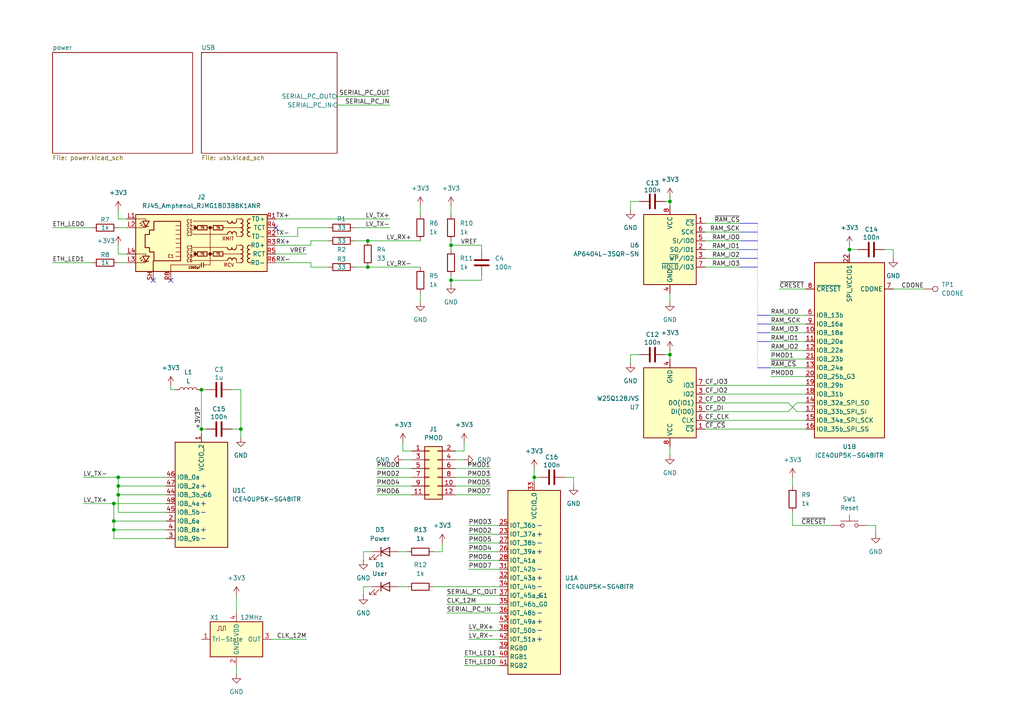
<source format=kicad_sch>
(kicad_sch (version 20231120) (generator "eeschema") (generator_version "8.0")
  (paper "A4")
  (lib_symbols
    (symbol "Connector:RJ45_Amphenol_RJMG1BD3B8K1ANR"
      (property "Reference" "J" (at 18.415 10.16 0))
      (property "Value" "RJ45_Amphenol_RJMG1BD3B8K1ANR" (at -19.05 10.16 0))
      (symbol "RJ45_Amphenol_RJMG1BD3B8K1ANR_0_0"
        (circle (center -1.27 -2.54) (radius 0.0001) (stroke (width 0.508)))
        (circle (center -1.27 5.08) (radius 0.0001) (stroke (width 0.508)))
        (polyline (pts (xy -1.27 5.08) (xy -1.27 -5.715)))
        (polyline (pts (xy 0.635 -5.08) (xy 0.635 -6.35)) (stroke (width 0.254)))
        (polyline (pts (xy 1.27 -5.08) (xy 1.27 -6.35)) (stroke (width 0.254)))
        (polyline (pts (xy 3.048 -2.54) (xy 2.54 -2.54)))
        (polyline (pts (xy 3.048 5.08) (xy 2.54 5.08)))
        (polyline (pts (xy 17.399 -3.175) (xy 17.399 -2.54) (xy 20.32 -2.54)))
        (polyline (pts (xy 17.399 6.985) (xy 17.399 7.62) (xy 20.32 7.62)))
        (polyline (pts (xy 20.32 -5.08) (xy 17.399 -5.08) (xy 17.399 -4.572)))
        (polyline (pts (xy 20.32 5.08) (xy 17.399 5.08) (xy 17.399 5.588)))
        (polyline (pts (xy 3.683 -1.905) (xy 3.048 -1.905) (xy 3.048 -3.175) (xy 3.683 -3.175)))
        (polyline (pts (xy 3.683 5.715) (xy 3.048 5.715) (xy 3.048 4.445) (xy 3.683 4.445)))
        (circle (center 3.048 -2.54) (radius 0.0001) (stroke (width 0.508)))
        (circle (center 3.048 5.08) (radius 0.0001) (stroke (width 0.508)))
        (text "C1" (at 4.699 6.985 0) (effects (font (size 0.889 0.889))))
        (text "C1" (at 10.16 -3.175 0) (effects (font (size 0.889 0.889))))
        (text "C2" (at 4.699 3.175 0) (effects (font (size 0.889 0.889))))
        (text "C3" (at 4.699 -0.635 0) (effects (font (size 0.889 0.889))))
        (text "C4" (at 4.699 5.715 0) (effects (font (size 0.889 0.889))))
        (text "C5" (at 4.699 4.445 0) (effects (font (size 0.889 0.889))))
        (text "C6" (at 4.699 -4.445 0) (effects (font (size 0.889 0.889))))
        (text "C7" (at 4.699 -1.905 0) (effects (font (size 0.889 0.889))))
        (text "C8" (at 4.699 -3.175 0) (effects (font (size 0.889 0.889))))
        (text "RCV" (at -8.255 -5.715 0) (effects (font (size 1.016 1.016)) (justify left)))
        (text "XMIT" (at -8.255 1.905 0) (effects (font (size 1.016 1.016)) (justify left)))
      )
      (symbol "RJ45_Amphenol_RJMG1BD3B8K1ANR_0_1"
        (rectangle (start -17.78 8.89) (end 20.32 -7.62) (stroke (width 0.254)) (fill (type background)))
        (polyline (pts (xy -12.7 -5.08) (xy -13.081 -5.08)))
        (polyline (pts (xy -12.7 -2.54) (xy -13.081 -2.54)))
        (polyline (pts (xy -12.7 0) (xy -13.081 0)))
        (polyline (pts (xy -12.7 2.54) (xy -13.081 2.54)))
        (polyline (pts (xy -12.7 5.08) (xy -13.081 5.08)))
        (polyline (pts (xy -12.7 7.62) (xy -13.081 7.62)))
        (polyline (pts (xy -6.35 -4.445) (xy 3.683 -4.445)))
        (polyline (pts (xy -6.35 3.175) (xy 3.683 3.175)))
        (polyline (pts (xy -6.35 6.985) (xy 3.683 6.985)))
        (polyline (pts (xy -6.223 -0.635) (xy 3.683 -0.635)))
        (polyline (pts (xy -5.08 -2.54) (xy -10.16 -2.54)))
        (polyline (pts (xy -4.953 5.08) (xy -10.16 5.08)))
        (polyline (pts (xy -2.159 -2.54) (xy -0.381 -2.54)))
        (polyline (pts (xy -2.159 5.08) (xy -0.381 5.08)))
        (polyline (pts (xy 0.635 -5.715) (xy -1.27 -5.715)))
        (polyline (pts (xy 7.4295 -1.9685) (xy 8.6995 -1.9685)))
        (polyline (pts (xy 7.4295 -0.6985) (xy 8.6995 -0.6985)))
        (polyline (pts (xy 7.4295 0.5715) (xy 8.6995 0.5715)))
        (polyline (pts (xy 7.4295 1.8415) (xy 8.6995 1.8415)))
        (polyline (pts (xy 7.4295 3.1115) (xy 8.6995 3.1115)))
        (polyline (pts (xy 8.6995 -3.2385) (xy 7.4295 -3.2385)))
        (polyline (pts (xy 8.6995 4.3815) (xy 7.4295 4.3815)))
        (polyline (pts (xy 8.6995 5.6515) (xy 7.4295 5.6515)))
        (polyline (pts (xy 10.16 -5.715) (xy 1.27 -5.715)))
        (polyline (pts (xy 10.16 -5.715) (xy 10.16 -7.62)))
        (polyline (pts (xy -10.16 0) (xy -8.89 0) (xy -8.89 -0.635)))
        (polyline (pts (xy -10.16 7.62) (xy -8.89 7.62) (xy -8.89 6.985)))
        (polyline (pts (xy -8.89 -4.445) (xy -8.89 -5.08) (xy -10.16 -5.08)))
        (polyline (pts (xy -8.89 3.175) (xy -8.89 2.54) (xy -10.16 2.54)))
      )
      (symbol "RJ45_Amphenol_RJMG1BD3B8K1ANR_1_0"
        (text "1000pF" (at 3.302 -6.477 0) (effects (font (size 0.635 0.635))))
      )
      (symbol "RJ45_Amphenol_RJMG1BD3B8K1ANR_1_1"
        (arc (start -12.7 -1.27) (mid -12.0677 -0.635) (end -12.7 0) (stroke (width 0.254)))
        (arc (start -12.6973 -5.08) (mid -12.065 -4.445) (end -12.6973 -3.81) (stroke (width 0.254)))
        (arc (start -12.6973 -3.81) (mid -12.065 -3.175) (end -12.6973 -2.54) (stroke (width 0.254)))
        (arc (start -12.6973 -2.54) (mid -12.065 -1.905) (end -12.6973 -1.27) (stroke (width 0.254)))
        (arc (start -12.6973 6.35) (mid -12.065 6.985) (end -12.6973 7.62) (stroke (width 0.254)))
        (arc (start -12.6946 2.54) (mid -12.0623 3.175) (end -12.6946 3.81) (stroke (width 0.254)))
        (arc (start -12.6946 3.81) (mid -12.0623 4.445) (end -12.6946 5.08) (stroke (width 0.254)))
        (arc (start -12.6946 5.08) (mid -12.0623 5.715) (end -12.6946 6.35) (stroke (width 0.254)))
        (arc (start -10.1654 -2.54) (mid -10.7977 -3.175) (end -10.1654 -3.81) (stroke (width 0.254)))
        (arc (start -10.1654 -1.27) (mid -10.7977 -1.905) (end -10.1654 -2.54) (stroke (width 0.254)))
        (arc (start -10.1654 0) (mid -10.7977 -0.635) (end -10.1654 -1.27) (stroke (width 0.254)))
        (arc (start -10.1654 5.08) (mid -10.7977 4.445) (end -10.1654 3.81) (stroke (width 0.254)))
        (arc (start -10.1654 6.35) (mid -10.7977 5.715) (end -10.1654 5.08) (stroke (width 0.254)))
        (arc (start -10.1654 7.62) (mid -10.7977 6.985) (end -10.1654 6.35) (stroke (width 0.254)))
        (arc (start -10.1627 -3.81) (mid -10.795 -4.445) (end -10.1627 -5.08) (stroke (width 0.254)))
        (arc (start -10.1627 3.81) (mid -10.795 3.175) (end -10.1627 2.54) (stroke (width 0.254)))
        (arc (start -8.89 6.9823) (mid -8.255 6.35) (end -7.62 6.9823) (stroke (width 0.254)))
        (arc (start -8.8265 -0.7012) (mid -8.1915 -1.3335) (end -7.5565 -0.7012) (stroke (width 0.254)))
        (arc (start -7.62 -4.3153) (mid -8.255 -3.683) (end -8.89 -4.3153) (stroke (width 0.254)))
        (arc (start -7.62 3.3047) (mid -8.255 3.937) (end -8.89 3.3047) (stroke (width 0.254)))
        (arc (start -7.62 6.985) (mid -6.985 6.3527) (end -6.35 6.985) (stroke (width 0.254)))
        (arc (start -7.5565 -0.6985) (mid -6.9215 -1.3308) (end -6.2865 -0.6985) (stroke (width 0.254)))
        (arc (start -6.35 -4.3126) (mid -6.985 -3.6803) (end -7.62 -4.3126) (stroke (width 0.254)))
        (arc (start -6.35 3.3074) (mid -6.985 3.9397) (end -7.62 3.3074) (stroke (width 0.254)))
        (rectangle (start -4.953 -1.905) (end -2.159 -3.175) (stroke (width 0.254)))
        (rectangle (start -4.953 5.715) (end -2.159 4.445) (stroke (width 0.254)))
        (rectangle (start -0.381 -1.905) (end 2.413 -3.175) (stroke (width 0.254)))
        (rectangle (start -0.381 5.715) (end 2.413 4.445) (stroke (width 0.254)))
        (polyline (pts (xy 15.24 -7.62) (xy 15.24 -4.572)) (stroke (width 0.254)))
        (polyline (pts (xy 18.161 -4.699) (xy 16.637 -4.699)) (stroke (width 0.254)))
        (polyline (pts (xy 18.161 5.461) (xy 16.637 5.461)) (stroke (width 0.254)))
        (polyline (pts (xy 18.796 -4.572) (xy 18.796 -4.318)))
        (polyline (pts (xy 18.796 5.588) (xy 18.796 5.842)))
        (polyline (pts (xy 19.05 -3.937) (xy 19.05 -3.683)))
        (polyline (pts (xy 19.05 6.223) (xy 19.05 6.477)))
        (polyline (pts (xy 18.288 -4.064) (xy 18.796 -4.572) (xy 18.542 -4.572)))
        (polyline (pts (xy 18.288 6.096) (xy 18.796 5.588) (xy 18.542 5.588)))
        (polyline (pts (xy 18.542 -3.429) (xy 19.05 -3.937) (xy 18.796 -3.937)))
        (polyline (pts (xy 18.542 6.731) (xy 19.05 6.223) (xy 18.796 6.223)))
        (polyline (pts (xy 18.288 -3.175) (xy 16.383 -3.175) (xy 17.399 -4.699) (xy 18.288 -3.175)) (stroke (width 0.254)))
        (polyline (pts (xy 18.288 6.985) (xy 16.383 6.985) (xy 17.399 5.461) (xy 18.288 6.985)) (stroke (width 0.254)))
        (polyline (pts (xy 7.3025 -4.5085) (xy 7.3025 6.9215) (xy 15.0495 6.9215) (xy 15.0495 4.3815) (xy 16.3195 4.3815) (xy 16.3195 3.1115) (xy 17.5895 3.1115) (xy 17.5895 -0.6985) (xy 16.3195 -0.6985) (xy 16.3195 -1.9685) (xy 15.0495 -1.9685) (xy 15.0495 -4.5085) (xy 7.3025 -4.5085)) (stroke (width 0.254)))
        (text "75" (at -3.556 -2.54 0) (effects (font (size 0.635 0.635))))
        (text "75" (at -3.556 5.08 0) (effects (font (size 0.635 0.635))))
        (text "75" (at 1.016 -2.54 0) (effects (font (size 0.635 0.635))))
        (text "75" (at 1.016 5.08 0) (effects (font (size 0.635 0.635))))
        (pin passive line (at 22.86 7.62 180) (length 2.54) (name "") (number "L1"))
        (pin passive line (at 22.86 5.08 180) (length 2.54) (name "") (number "L2"))
        (pin passive line (at 22.86 -5.08 180) (length 2.54) (name "") (number "L3"))
        (pin passive line (at 22.86 -2.54 180) (length 2.54) (name "") (number "L4"))
        (pin passive line (at -20.32 7.62 0) (length 2.54) (name "TD+") (number "R1"))
        (pin passive line (at -20.32 2.54 0) (length 2.54) (name "TD-") (number "R2"))
        (pin passive line (at -20.32 0 0) (length 2.54) (name "RD+") (number "R3"))
        (pin passive line (at -20.32 5.08 0) (length 2.54) (name "TCT") (number "R4"))
        (pin passive line (at -20.32 -2.54 0) (length 2.54) (name "RCT") (number "R5"))
        (pin passive line (at -20.32 -5.08 0) (length 2.54) (name "RD-") (number "R6"))
        (pin no_connect line (at 20.32 0 0) (length 0) hide (name "NC") (number "R7"))
        (pin power_in line (at 10.16 -10.16 90) (length 2.54) (name "") (number "R8"))
        (pin passive line (at 15.24 -10.16 90) (length 2.54) (name "") (number "SH"))
      )
    )
    (symbol "Connector:TestPoint" (pin_numbers hide) (pin_names (offset 0.762) hide)
      (property "Reference" "TP" (at 0 6.858 0))
      (property "Value" "TestPoint" (at 0 5.08 0))
      (symbol "TestPoint_0_1"
        (circle (center 0 3.302) (radius 0.762))
      )
      (symbol "TestPoint_1_1"
        (pin passive line (at 0 0 90) (length 2.54) (name "1") (number "1"))
      )
    )
    (symbol "Connector_Generic:Conn_02x06_Odd_Even" (pin_names (offset 1.016) hide)
      (property "Reference" "J" (at 1.27 7.62 0))
      (property "Value" "Conn_02x06_Odd_Even" (at 1.27 -10.16 0))
      (symbol "Conn_02x06_Odd_Even_1_1"
        (rectangle (start -1.27 -7.493) (end 0 -7.747) (stroke (width 0.1524)))
        (rectangle (start -1.27 -4.953) (end 0 -5.207) (stroke (width 0.1524)))
        (rectangle (start -1.27 -2.413) (end 0 -2.667) (stroke (width 0.1524)))
        (rectangle (start -1.27 0.127) (end 0 -0.127) (stroke (width 0.1524)))
        (rectangle (start -1.27 2.667) (end 0 2.413) (stroke (width 0.1524)))
        (rectangle (start -1.27 5.207) (end 0 4.953) (stroke (width 0.1524)))
        (rectangle (start -1.27 6.35) (end 3.81 -8.89) (stroke (width 0.254)) (fill (type background)))
        (rectangle (start 3.81 -7.493) (end 2.54 -7.747) (stroke (width 0.1524)))
        (rectangle (start 3.81 -4.953) (end 2.54 -5.207) (stroke (width 0.1524)))
        (rectangle (start 3.81 -2.413) (end 2.54 -2.667) (stroke (width 0.1524)))
        (rectangle (start 3.81 0.127) (end 2.54 -0.127) (stroke (width 0.1524)))
        (rectangle (start 3.81 2.667) (end 2.54 2.413) (stroke (width 0.1524)))
        (rectangle (start 3.81 5.207) (end 2.54 4.953) (stroke (width 0.1524)))
        (pin passive line (at -5.08 5.08 0) (length 3.81) (name "Pin_1") (number "1"))
        (pin passive line (at 7.62 -5.08 180) (length 3.81) (name "Pin_10") (number "10"))
        (pin passive line (at -5.08 -7.62 0) (length 3.81) (name "Pin_11") (number "11"))
        (pin passive line (at 7.62 -7.62 180) (length 3.81) (name "Pin_12") (number "12"))
        (pin passive line (at 7.62 5.08 180) (length 3.81) (name "Pin_2") (number "2"))
        (pin passive line (at -5.08 2.54 0) (length 3.81) (name "Pin_3") (number "3"))
        (pin passive line (at 7.62 2.54 180) (length 3.81) (name "Pin_4") (number "4"))
        (pin passive line (at -5.08 0 0) (length 3.81) (name "Pin_5") (number "5"))
        (pin passive line (at 7.62 0 180) (length 3.81) (name "Pin_6") (number "6"))
        (pin passive line (at -5.08 -2.54 0) (length 3.81) (name "Pin_7") (number "7"))
        (pin passive line (at 7.62 -2.54 180) (length 3.81) (name "Pin_8") (number "8"))
        (pin passive line (at -5.08 -5.08 0) (length 3.81) (name "Pin_9") (number "9"))
      )
    )
    (symbol "Device:C" (pin_numbers hide) (pin_names (offset 0.254))
      (property "Reference" "C" (at 0.635 2.54 0))
      (property "Value" "C" (at 0.635 -2.54 0))
      (symbol "C_0_1"
        (polyline (pts (xy -2.032 -0.762) (xy 2.032 -0.762)) (stroke (width 0.508)))
        (polyline (pts (xy -2.032 0.762) (xy 2.032 0.762)) (stroke (width 0.508)))
      )
      (symbol "C_1_1"
        (pin passive line (at 0 3.81 270) (length 2.794) (name "~") (number "1"))
        (pin passive line (at 0 -3.81 90) (length 2.794) (name "~") (number "2"))
      )
    )
    (symbol "Device:L" (pin_numbers hide) (pin_names (offset 1.016) hide)
      (property "Reference" "L" (at -1.27 0 90))
      (property "Value" "L" (at 1.905 0 90))
      (symbol "L_0_1"
        (arc (start 0 -2.54) (mid 0.6323 -1.905) (end 0 -1.27))
        (arc (start 0 -1.27) (mid 0.6323 -0.635) (end 0 0))
        (arc (start 0 0) (mid 0.6323 0.635) (end 0 1.27))
        (arc (start 0 1.27) (mid 0.6323 1.905) (end 0 2.54))
      )
      (symbol "L_1_1"
        (pin passive line (at 0 3.81 270) (length 1.27) (name "1") (number "1"))
        (pin passive line (at 0 -3.81 90) (length 1.27) (name "2") (number "2"))
      )
    )
    (symbol "Device:LED" (pin_numbers hide) (pin_names (offset 1.016) hide)
      (property "Reference" "D" (at 0 2.54 0))
      (property "Value" "LED" (at 0 -2.54 0))
      (symbol "LED_0_1"
        (polyline (pts (xy -1.27 -1.27) (xy -1.27 1.27)) (stroke (width 0.254)))
        (polyline (pts (xy -1.27 0) (xy 1.27 0)))
        (polyline (pts (xy 1.27 -1.27) (xy 1.27 1.27) (xy -1.27 0) (xy 1.27 -1.27)) (stroke (width 0.254)))
        (polyline (pts (xy -3.048 -0.762) (xy -4.572 -2.286) (xy -3.81 -2.286) (xy -4.572 -2.286) (xy -4.572 -1.524)))
        (polyline (pts (xy -1.778 -0.762) (xy -3.302 -2.286) (xy -2.54 -2.286) (xy -3.302 -2.286) (xy -3.302 -1.524)))
      )
      (symbol "LED_1_1"
        (pin passive line (at -3.81 0 0) (length 2.54) (name "K") (number "1"))
        (pin passive line (at 3.81 0 180) (length 2.54) (name "A") (number "2"))
      )
    )
    (symbol "Device:R" (pin_numbers hide) (pin_names (offset 0))
      (property "Reference" "R" (at 2.032 0 90))
      (property "Value" "R" (at 0 0 90))
      (symbol "R_0_1"
        (rectangle (start -1.016 -2.54) (end 1.016 2.54) (stroke (width 0.254)))
      )
      (symbol "R_1_1"
        (pin passive line (at 0 3.81 270) (length 1.27) (name "~") (number "1"))
        (pin passive line (at 0 -3.81 90) (length 1.27) (name "~") (number "2"))
      )
    )
    (symbol "FPGA_Lattice:ICE40UP5K-SG48ITR"
      (property "Reference" "U" (at -8.89 -29.21 0))
      (property "Value" "ICE40UP5K-SG48ITR" (at 0 -31.75 0))
      (symbol "ICE40UP5K-SG48ITR_1_1"
        (rectangle (start -7.62 25.4) (end 7.62 -27.94) (stroke (width 0.254)) (fill (type background)))
        (pin bidirectional line (at -10.16 12.7 0) (length 2.54) (name "IOT_37a") (number "23"))
        (pin bidirectional line (at -10.16 15.24 0) (length 2.54) (name "IOT_36b") (number "25"))
        (pin bidirectional line (at -10.16 7.62 0) (length 2.54) (name "IOT_39a") (number "26"))
        (pin bidirectional line (at -10.16 10.16 0) (length 2.54) (name "IOT_38b") (number "27"))
        (pin bidirectional line (at -10.16 5.08 0) (length 2.54) (name "IOT_41a") (number "28"))
        (pin bidirectional line (at -10.16 2.54 0) (length 2.54) (name "IOT_42b") (number "31"))
        (pin bidirectional line (at -10.16 0 0) (length 2.54) (name "IOT_43a") (number "32"))
        (pin power_in line (at 0 27.94 270) (length 2.54) (name "VCCIO_0") (number "33"))
        (pin bidirectional line (at -10.16 -2.54 0) (length 2.54) (name "IOT_44b") (number "34"))
        (pin bidirectional line (at -10.16 -7.62 0) (length 2.54) (name "IOT_46b_G0") (number "35"))
        (pin bidirectional line (at -10.16 -10.16 0) (length 2.54) (name "IOT_48b") (number "36"))
        (pin bidirectional line (at -10.16 -5.08 0) (length 2.54) (name "IOT_45a_G1") (number "37"))
        (pin bidirectional line (at -10.16 -15.24 0) (length 2.54) (name "IOT_50b") (number "38"))
        (pin open_collector line (at -10.16 -20.32 0) (length 2.54) (name "RGB0") (number "39"))
        (pin open_collector line (at -10.16 -22.86 0) (length 2.54) (name "RGB1") (number "40"))
        (pin open_collector line (at -10.16 -25.4 0) (length 2.54) (name "RGB2") (number "41"))
        (pin bidirectional line (at -10.16 -17.78 0) (length 2.54) (name "IOT_51a") (number "42"))
        (pin bidirectional line (at -10.16 -12.7 0) (length 2.54) (name "IOT_49a") (number "43"))
      )
      (symbol "ICE40UP5K-SG48ITR_2_1"
        (rectangle (start -10.16 25.4) (end 10.16 -25.4) (stroke (width 0.254)) (fill (type background)))
        (pin bidirectional line (at -12.7 5.08 0) (length 2.54) (name "IOB_18a") (number "10"))
        (pin bidirectional line (at -12.7 2.54 0) (length 2.54) (name "IOB_20a") (number "11"))
        (pin bidirectional line (at -12.7 0 0) (length 2.54) (name "IOB_22a") (number "12"))
        (pin bidirectional line (at -12.7 -5.08 0) (length 2.54) (name "IOB_24a") (number "13"))
        (pin bidirectional line (at -12.7 -15.24 0) (length 2.54) (name "IOB_32a_SPI_SO") (number "14"))
        (pin bidirectional line (at -12.7 -20.32 0) (length 2.54) (name "IOB_34a_SPI_SCK") (number "15"))
        (pin bidirectional line (at -12.7 -22.86 0) (length 2.54) (name "IOB_35b_SPI_SS") (number "16"))
        (pin bidirectional line (at -12.7 -17.78 0) (length 2.54) (name "IOB_33b_SPI_SI") (number "17"))
        (pin bidirectional line (at -12.7 -12.7 0) (length 2.54) (name "IOB_31b") (number "18"))
        (pin bidirectional line (at -12.7 -10.16 0) (length 2.54) (name "IOB_29b") (number "19"))
        (pin bidirectional line (at -12.7 -7.62 0) (length 2.54) (name "IOB_25b_G3") (number "20"))
        (pin bidirectional line (at -12.7 -2.54 0) (length 2.54) (name "IOB_23b") (number "21"))
        (pin power_in line (at 0 27.94 270) (length 2.54) (name "SPI_VCCIO1") (number "22"))
        (pin bidirectional line (at -12.7 10.16 0) (length 2.54) (name "IOB_13b") (number "6"))
        (pin open_collector line (at 12.7 17.78 180) (length 2.54) (name "CDONE") (number "7"))
        (pin input line (at -12.7 17.78 0) (length 2.54) (name "~{CRESET}") (number "8"))
        (pin bidirectional line (at -12.7 7.62 0) (length 2.54) (name "IOB_16a") (number "9"))
      )
      (symbol "ICE40UP5K-SG48ITR_3_1"
        (rectangle (start -7.62 15.24) (end 7.62 -15.24) (stroke (width 0.254)) (fill (type background)))
        (pin power_in line (at 0 17.78 270) (length 2.54) (name "VCCIO_2") (number "1"))
        (pin bidirectional line (at -10.16 -7.62 0) (length 2.54) (name "IOB_6a") (number "2"))
        (pin bidirectional line (at -10.16 -12.7 0) (length 2.54) (name "IOB_9b") (number "3"))
        (pin bidirectional line (at -10.16 -10.16 0) (length 2.54) (name "IOB_8a") (number "4"))
        (pin bidirectional line (at -10.16 0 0) (length 2.54) (name "IOB_3b_G6") (number "44"))
        (pin bidirectional line (at -10.16 -5.08 0) (length 2.54) (name "IOB_5b") (number "45"))
        (pin bidirectional line (at -10.16 5.08 0) (length 2.54) (name "IOB_0a") (number "46"))
        (pin bidirectional line (at -10.16 2.54 0) (length 2.54) (name "IOB_2a") (number "47"))
        (pin bidirectional line (at -10.16 -2.54 0) (length 2.54) (name "IOB_4a") (number "48"))
      )
      (symbol "ICE40UP5K-SG48ITR_4_1"
        (rectangle (start -5.08 7.62) (end 5.08 -7.62) (stroke (width 0.254)) (fill (type background)))
        (pin power_in line (at -2.54 10.16 270) (length 2.54) (name "VPP_2V5") (number "24"))
        (pin power_out line (at 2.54 10.16 270) (length 2.54) (name "VCCPLL") (number "29"))
        (pin passive line (at 0 10.16 270) (length 2.54) hide (name "VCC") (number "30"))
        (pin power_in line (at 0 -10.16 90) (length 2.54) (name "GND") (number "49"))
        (pin power_in line (at 0 10.16 270) (length 2.54) (name "VCC") (number "5"))
      )
    )
    (symbol "Memory_Flash:AT25SF081-SSHD-X"
      (property "Reference" "U" (at -6.35 11.43 0))
      (property "Value" "AT25SF081-SSHD-X" (at 11.43 11.43 0))
      (symbol "AT25SF081-SSHD-X_0_1"
        (rectangle (start -7.62 10.16) (end 7.62 -10.16) (stroke (width 0.254)) (fill (type background)))
      )
      (symbol "AT25SF081-SSHD-X_1_1"
        (pin input line (at -10.16 7.62 0) (length 2.54) (name "~{CS}") (number "1"))
        (pin bidirectional line (at -10.16 0 0) (length 2.54) (name "SO/IO1") (number "2"))
        (pin bidirectional line (at -10.16 -2.54 0) (length 2.54) (name "~{WP}/IO2") (number "3"))
        (pin power_in line (at 0 -12.7 90) (length 2.54) (name "GND") (number "4"))
        (pin bidirectional line (at -10.16 2.54 0) (length 2.54) (name "SI/IO0") (number "5"))
        (pin input line (at -10.16 5.08 0) (length 2.54) (name "SCK") (number "6"))
        (pin bidirectional line (at -10.16 -5.08 0) (length 2.54) (name "~{HOLD}/IO3") (number "7"))
        (pin power_in line (at 0 12.7 270) (length 2.54) (name "VCC") (number "8"))
      )
    )
    (symbol "Memory_Flash:W25Q128JVS"
      (property "Reference" "U" (at -8.89 8.89 0))
      (property "Value" "W25Q128JVS" (at 7.62 8.89 0))
      (symbol "W25Q128JVS_0_1"
        (rectangle (start -7.62 10.16) (end 7.62 -10.16) (stroke (width 0.254)) (fill (type background)))
      )
      (symbol "W25Q128JVS_1_1"
        (pin input line (at -10.16 7.62 0) (length 2.54) (name "~{CS}") (number "1"))
        (pin bidirectional line (at -10.16 0 0) (length 2.54) (name "DO(IO1)") (number "2"))
        (pin bidirectional line (at -10.16 -2.54 0) (length 2.54) (name "IO2") (number "3"))
        (pin power_in line (at 0 -12.7 90) (length 2.54) (name "GND") (number "4"))
        (pin bidirectional line (at -10.16 2.54 0) (length 2.54) (name "DI(IO0)") (number "5"))
        (pin input line (at -10.16 5.08 0) (length 2.54) (name "CLK") (number "6"))
        (pin bidirectional line (at -10.16 -5.08 0) (length 2.54) (name "IO3") (number "7"))
        (pin power_in line (at 0 12.7 270) (length 2.54) (name "VCC") (number "8"))
      )
    )
    (symbol "Oscillator:ASCO"
      (property "Reference" "X" (at -7.62 6.35 0))
      (property "Value" "ASCO" (at 1.27 -6.35 0))
      (symbol "ASCO_0_1"
        (rectangle (start -7.62 5.08) (end 7.62 -5.08) (stroke (width 0.254)) (fill (type background)))
        (polyline (pts (xy -5.715 2.54) (xy -5.08 2.54) (xy -5.08 3.81) (xy -4.445 3.81) (xy -4.445 2.54) (xy -3.81 2.54) (xy -3.81 3.81) (xy -3.175 3.81) (xy -3.175 2.54)))
      )
      (symbol "ASCO_1_1"
        (pin input line (at -10.16 0 0) (length 2.54) (name "Tri-State") (number "1"))
        (pin power_in line (at 0 -7.62 90) (length 2.54) (name "GND") (number "2"))
        (pin output line (at 10.16 0 180) (length 2.54) (name "OUT") (number "3"))
        (pin power_in line (at 0 7.62 270) (length 2.54) (name "VDD") (number "4"))
      )
    )
    (symbol "Switch:SW_Push" (pin_numbers hide) (pin_names (offset 1.016) hide)
      (property "Reference" "SW" (at 1.27 2.54 0))
      (property "Value" "SW_Push" (at 0 -1.524 0))
      (symbol "SW_Push_0_1"
        (circle (center -2.032 0) (radius 0.508))
        (polyline (pts (xy 0 1.27) (xy 0 3.048)))
        (polyline (pts (xy 2.54 1.27) (xy -2.54 1.27)))
        (circle (center 2.032 0) (radius 0.508))
        (pin passive line (at -5.08 0 0) (length 2.54) (name "1") (number "1"))
        (pin passive line (at 5.08 0 180) (length 2.54) (name "2") (number "2"))
      )
    )
    (symbol "power:+3V3" (power) (pin_numbers hide) (pin_names (offset 0) hide)
      (property "Value" "+3V3" (at 0 3.556 0))
      (symbol "+3V3_0_1"
        (polyline (pts (xy -0.762 1.27) (xy 0 2.54)))
        (polyline (pts (xy 0 0) (xy 0 2.54)))
        (polyline (pts (xy 0 2.54) (xy 0.762 1.27)))
      )
      (symbol "+3V3_1_1"
        (pin power_in line (at 0 0 90) (length 0) (name "~") (number "1"))
      )
    )
    (symbol "power:GND" (power) (pin_numbers hide) (pin_names (offset 0) hide)
      (property "Value" "GND" (at 0 -3.81 0))
      (symbol "GND_0_1"
        (polyline (pts (xy 0 0) (xy 0 -1.27) (xy 1.27 -1.27) (xy 0 -2.54) (xy -1.27 -1.27) (xy 0 -1.27)))
      )
      (symbol "GND_1_1"
        (pin power_in line (at 0 0 270) (length 0) (name "~") (number "1"))
      )
    )
  )
  (junction (at 194.31 58.42))
  (junction (at 34.29 138.43))
  (junction (at 69.85 124.46))
  (junction (at 33.02 151.13))
  (junction (at 33.02 153.67))
  (junction (at 130.81 71.12))
  (junction (at 33.02 146.05))
  (junction (at 34.29 140.97))
  (junction (at 58.42 124.46))
  (junction (at 34.29 143.51))
  (junction (at 130.81 81.28))
  (junction (at 154.94 138.43))
  (junction (at 246.38 72.39))
  (junction (at 106.68 77.47))
  (junction (at 58.42 113.03))
  (junction (at 194.31 102.87))
  (junction (at 106.68 69.85))
  (no_connect (at 44.45 81.28))
  (no_connect (at 80.01 66.04))
  (no_connect (at 49.53 81.28))
  (wire (pts (xy 246.38 72.39) (xy 246.38 73.66)))
  (wire (pts (xy 204.47 64.77) (xy 214.63 64.77)))
  (wire (pts (xy 128.27 157.48) (xy 128.27 160.02)))
  (wire (pts (xy 106.68 69.85) (xy 121.92 69.85)))
  (polyline (pts (xy 214.63 77.47) (xy 219.71 77.47)))
  (wire (pts (xy 204.47 114.3) (xy 233.68 114.3)))
  (wire (pts (xy 121.92 59.69) (xy 121.92 62.23)))
  (wire (pts (xy 102.87 66.04) (xy 113.03 66.04)))
  (wire (pts (xy 125.73 170.18) (xy 144.78 170.18)))
  (polyline (pts (xy 214.63 74.93) (xy 219.71 74.93)))
  (wire (pts (xy 105.41 170.18) (xy 105.41 172.72)))
  (wire (pts (xy 33.02 156.21) (xy 48.26 156.21)))
  (wire (pts (xy 34.29 76.2) (xy 36.83 76.2)))
  (wire (pts (xy 116.84 133.35) (xy 119.38 133.35)))
  (wire (pts (xy 139.7 72.39) (xy 139.7 71.12)))
  (wire (pts (xy 163.83 138.43) (xy 166.37 138.43)))
  (wire (pts (xy 134.62 128.27) (xy 134.62 130.81)))
  (wire (pts (xy 223.52 109.22) (xy 233.68 109.22)))
  (wire (pts (xy 34.29 60.96) (xy 34.29 63.5)))
  (wire (pts (xy 33.02 153.67) (xy 48.26 153.67)))
  (wire (pts (xy 204.47 77.47) (xy 214.63 77.47)))
  (wire (pts (xy 251.46 152.4) (xy 254 152.4)))
  (wire (pts (xy 194.31 129.54) (xy 194.31 132.08)))
  (wire (pts (xy 130.81 71.12) (xy 139.7 71.12)))
  (polyline (pts (xy 214.63 72.39) (xy 219.71 72.39)))
  (wire (pts (xy 59.69 124.46) (xy 58.42 124.46)))
  (wire (pts (xy 106.68 77.47) (xy 121.92 77.47)))
  (wire (pts (xy 204.47 119.38) (xy 228.6 119.38)))
  (wire (pts (xy 204.47 67.31) (xy 214.63 67.31)))
  (wire (pts (xy 204.47 74.93) (xy 214.63 74.93)))
  (wire (pts (xy 182.88 58.42) (xy 182.88 60.96)))
  (wire (pts (xy 58.42 113.03) (xy 59.69 113.03)))
  (wire (pts (xy 80.01 71.12) (xy 90.17 71.12)))
  (wire (pts (xy 134.62 190.5) (xy 144.78 190.5)))
  (wire (pts (xy 102.87 77.47) (xy 106.68 77.47)))
  (wire (pts (xy 67.31 113.03) (xy 69.85 113.03)))
  (wire (pts (xy 185.42 102.87) (xy 182.88 102.87)))
  (wire (pts (xy 132.08 130.81) (xy 134.62 130.81)))
  (wire (pts (xy 223.52 91.44) (xy 233.68 91.44)))
  (wire (pts (xy 97.79 30.48) (xy 113.03 30.48)))
  (wire (pts (xy 107.95 170.18) (xy 105.41 170.18)))
  (polyline (pts (xy 219.71 91.44) (xy 223.52 91.44)))
  (wire (pts (xy 135.89 162.56) (xy 144.78 162.56)))
  (wire (pts (xy 129.54 175.26) (xy 144.78 175.26)))
  (wire (pts (xy 154.94 135.89) (xy 154.94 138.43)))
  (wire (pts (xy 15.24 76.2) (xy 26.67 76.2)))
  (wire (pts (xy 193.04 102.87) (xy 194.31 102.87)))
  (wire (pts (xy 58.42 113.03) (xy 58.42 124.46)))
  (wire (pts (xy 107.95 160.02) (xy 105.41 160.02)))
  (polyline (pts (xy 219.71 99.06) (xy 223.52 99.06)))
  (wire (pts (xy 256.54 72.39) (xy 259.08 72.39)))
  (wire (pts (xy 204.47 121.92) (xy 233.68 121.92)))
  (wire (pts (xy 223.52 101.6) (xy 233.68 101.6)))
  (wire (pts (xy 132.08 135.89) (xy 142.24 135.89)))
  (wire (pts (xy 36.83 63.5) (xy 34.29 63.5)))
  (wire (pts (xy 223.52 93.98) (xy 233.68 93.98)))
  (wire (pts (xy 259.08 72.39) (xy 259.08 74.93)))
  (wire (pts (xy 86.36 66.04) (xy 95.25 66.04)))
  (wire (pts (xy 129.54 172.72) (xy 144.78 172.72)))
  (wire (pts (xy 229.87 138.43) (xy 229.87 140.97)))
  (wire (pts (xy 109.22 135.89) (xy 119.38 135.89)))
  (wire (pts (xy 132.08 143.51) (xy 142.24 143.51)))
  (wire (pts (xy 69.85 113.03) (xy 69.85 124.46)))
  (wire (pts (xy 154.94 138.43) (xy 154.94 139.7)))
  (wire (pts (xy 119.38 130.81) (xy 116.84 130.81)))
  (wire (pts (xy 34.29 138.43) (xy 48.26 138.43)))
  (wire (pts (xy 34.29 71.12) (xy 34.29 73.66)))
  (wire (pts (xy 33.02 146.05) (xy 33.02 151.13)))
  (wire (pts (xy 204.47 111.76) (xy 233.68 111.76)))
  (wire (pts (xy 135.89 152.4) (xy 144.78 152.4)))
  (wire (pts (xy 229.87 152.4) (xy 241.3 152.4)))
  (wire (pts (xy 33.02 151.13) (xy 48.26 151.13)))
  (wire (pts (xy 78.74 185.42) (xy 88.9 185.42)))
  (wire (pts (xy 109.22 140.97) (xy 119.38 140.97)))
  (wire (pts (xy 58.42 124.46) (xy 58.42 125.73)))
  (wire (pts (xy 135.89 185.42) (xy 144.78 185.42)))
  (wire (pts (xy 185.42 58.42) (xy 182.88 58.42)))
  (wire (pts (xy 223.52 99.06) (xy 233.68 99.06)))
  (polyline (pts (xy 219.71 93.98) (xy 223.52 93.98)))
  (wire (pts (xy 130.81 59.69) (xy 130.81 62.23)))
  (polyline (pts (xy 219.71 106.68) (xy 223.52 106.68)))
  (wire (pts (xy 33.02 151.13) (xy 33.02 153.67)))
  (wire (pts (xy 34.29 143.51) (xy 48.26 143.51)))
  (wire (pts (xy 115.57 170.18) (xy 118.11 170.18)))
  (wire (pts (xy 130.81 81.28) (xy 130.81 82.55)))
  (wire (pts (xy 15.24 66.04) (xy 26.67 66.04)))
  (wire (pts (xy 90.17 71.12) (xy 90.17 69.85)))
  (wire (pts (xy 36.83 73.66) (xy 34.29 73.66)))
  (wire (pts (xy 154.94 138.43) (xy 156.21 138.43)))
  (wire (pts (xy 228.6 119.38) (xy 231.14 116.84)))
  (polyline (pts (xy 214.63 64.77) (xy 219.71 64.77)))
  (wire (pts (xy 229.87 152.4) (xy 229.87 148.59)))
  (wire (pts (xy 68.58 172.72) (xy 68.58 177.8)))
  (wire (pts (xy 129.54 177.8) (xy 144.78 177.8)))
  (wire (pts (xy 80.01 73.66) (xy 88.9 73.66)))
  (wire (pts (xy 246.38 71.12) (xy 246.38 72.39)))
  (wire (pts (xy 135.89 160.02) (xy 144.78 160.02)))
  (wire (pts (xy 90.17 76.2) (xy 80.01 76.2)))
  (wire (pts (xy 246.38 72.39) (xy 248.92 72.39)))
  (wire (pts (xy 34.29 140.97) (xy 48.26 140.97)))
  (wire (pts (xy 204.47 69.85) (xy 214.63 69.85)))
  (wire (pts (xy 223.52 96.52) (xy 233.68 96.52)))
  (wire (pts (xy 121.92 85.09) (xy 121.92 87.63)))
  (wire (pts (xy 194.31 101.6) (xy 194.31 102.87)))
  (wire (pts (xy 69.85 124.46) (xy 69.85 127)))
  (wire (pts (xy 34.29 143.51) (xy 34.29 140.97)))
  (wire (pts (xy 86.36 68.58) (xy 86.36 66.04)))
  (wire (pts (xy 132.08 133.35) (xy 134.62 133.35)))
  (wire (pts (xy 194.31 85.09) (xy 194.31 87.63)))
  (wire (pts (xy 95.25 77.47) (xy 90.17 77.47)))
  (wire (pts (xy 204.47 72.39) (xy 214.63 72.39)))
  (wire (pts (xy 90.17 69.85) (xy 95.25 69.85)))
  (wire (pts (xy 109.22 138.43) (xy 119.38 138.43)))
  (wire (pts (xy 132.08 138.43) (xy 142.24 138.43)))
  (wire (pts (xy 34.29 148.59) (xy 48.26 148.59)))
  (wire (pts (xy 24.13 146.05) (xy 33.02 146.05)))
  (wire (pts (xy 97.79 27.94) (xy 113.03 27.94)))
  (wire (pts (xy 130.81 80.01) (xy 130.81 81.28)))
  (wire (pts (xy 139.7 80.01) (xy 139.7 81.28)))
  (wire (pts (xy 130.81 71.12) (xy 130.81 72.39)))
  (wire (pts (xy 226.06 83.82) (xy 233.68 83.82)))
  (wire (pts (xy 135.89 165.1) (xy 144.78 165.1)))
  (wire (pts (xy 135.89 182.88) (xy 144.78 182.88)))
  (wire (pts (xy 34.29 148.59) (xy 34.29 143.51)))
  (wire (pts (xy 80.01 68.58) (xy 86.36 68.58)))
  (wire (pts (xy 223.52 104.14) (xy 233.68 104.14)))
  (wire (pts (xy 134.62 193.04) (xy 144.78 193.04)))
  (wire (pts (xy 194.31 57.15) (xy 194.31 58.42)))
  (wire (pts (xy 233.68 119.38) (xy 231.14 119.38)))
  (wire (pts (xy 194.31 102.87) (xy 194.31 104.14)))
  (wire (pts (xy 130.81 81.28) (xy 139.7 81.28)))
  (polyline (pts (xy 214.63 69.85) (xy 219.71 69.85)))
  (wire (pts (xy 49.53 111.76) (xy 49.53 113.03)))
  (wire (pts (xy 34.29 66.04) (xy 36.83 66.04)))
  (wire (pts (xy 33.02 146.05) (xy 48.26 146.05)))
  (wire (pts (xy 115.57 160.02) (xy 118.11 160.02)))
  (wire (pts (xy 33.02 153.67) (xy 33.02 156.21)))
  (wire (pts (xy 132.08 140.97) (xy 142.24 140.97)))
  (wire (pts (xy 68.58 193.04) (xy 68.58 195.58)))
  (wire (pts (xy 254 152.4) (xy 254 154.94)))
  (wire (pts (xy 105.41 160.02) (xy 105.41 162.56)))
  (wire (pts (xy 80.01 63.5) (xy 113.03 63.5)))
  (polyline (pts (xy 219.71 96.52) (xy 223.52 96.52)))
  (wire (pts (xy 231.14 119.38) (xy 228.6 116.84)))
  (wire (pts (xy 194.31 58.42) (xy 194.31 59.69)))
  (wire (pts (xy 135.89 157.48) (xy 144.78 157.48)))
  (wire (pts (xy 231.14 116.84) (xy 233.68 116.84)))
  (wire (pts (xy 125.73 160.02) (xy 128.27 160.02)))
  (polyline (pts (xy 214.63 67.31) (xy 219.71 67.31)))
  (wire (pts (xy 166.37 138.43) (xy 166.37 140.97)))
  (wire (pts (xy 109.22 143.51) (xy 119.38 143.51)))
  (wire (pts (xy 67.31 124.46) (xy 69.85 124.46)))
  (wire (pts (xy 193.04 58.42) (xy 194.31 58.42)))
  (wire (pts (xy 204.47 124.46) (xy 233.68 124.46)))
  (wire (pts (xy 182.88 102.87) (xy 182.88 105.41)))
  (wire (pts (xy 90.17 77.47) (xy 90.17 76.2)))
  (wire (pts (xy 259.08 83.82) (xy 267.97 83.82)))
  (wire (pts (xy 135.89 154.94) (xy 144.78 154.94)))
  (wire (pts (xy 130.81 69.85) (xy 130.81 71.12)))
  (wire (pts (xy 49.53 113.03) (xy 50.8 113.03)))
  (wire (pts (xy 24.13 138.43) (xy 34.29 138.43)))
  (polyline (pts (xy 219.71 106.68) (xy 219.71 64.77)) (stroke (width 0) (type dot)))
  (wire (pts (xy 223.52 106.68) (xy 233.68 106.68)))
  (wire (pts (xy 228.6 116.84) (xy 204.47 116.84)))
  (wire (pts (xy 116.84 128.27) (xy 116.84 130.81)))
  (wire (pts (xy 34.29 140.97) (xy 34.29 138.43)))
  (wire (pts (xy 102.87 69.85) (xy 106.68 69.85)))
  (text "-\n+\n-\n+\n\n-\n+\n-\n+\n\n-\n+\n-\n+" (at 155.448 151.638 0) (effects (font (size 1.5748 1.5748)) (justify left top)))
  (text "\n+\n-\n+\n-\n\n+\n-" (at 57.912 137.668 0) (effects (font (size 1.5748 1.5748)) (justify left top)))
  (label "LV_RX-" (at 119.38 77.47 180))
  (label "LV_TX-" (at 113.03 66.04 180))
  (label "VREF" (at 138.43 71.12 180))
  (label "PMOD5" (at 135.89 157.48 0))
  (label "PMOD7" (at 142.24 143.51 180))
  (label "CF_DI" (at 204.47 119.38 0))
  (label "LV_TX+" (at 24.13 146.05 0))
  (label "+3V3P" (at 58.42 124.46 90))
  (label "SERIAL_PC_IN" (at 129.54 177.8 0))
  (label "RAM_IO0" (at 223.52 91.44 0))
  (label "CLK_12M" (at 129.54 175.26 0))
  (label "CF_CLK" (at 204.47 121.92 0))
  (label "CF_DO" (at 204.47 116.84 0))
  (label "~{CRESET}" (at 232.41 152.4 0))
  (label "PMOD6" (at 135.89 162.56 0))
  (label "RAM_IO0" (at 214.63 69.85 180))
  (label "~{RAM_CS}" (at 214.63 64.77 180))
  (label "ETH_LED1" (at 134.62 190.5 0))
  (label "PMOD2" (at 109.22 138.43 0))
  (label "PMOD6" (at 109.22 143.51 0))
  (label "SERIAL_PC_OUT" (at 129.54 172.72 0))
  (label "RAM_IO2" (at 214.63 74.93 180))
  (label "TX-" (at 80.01 68.58 0))
  (label "RX-" (at 80.01 76.2 0))
  (label "PMOD2" (at 135.89 154.94 0))
  (label "LV_TX-" (at 24.13 138.43 0))
  (label "RAM_IO1" (at 223.52 99.06 0))
  (label "PMOD4" (at 135.89 160.02 0))
  (label "PMOD0" (at 109.22 135.89 0))
  (label "RX+" (at 80.01 71.12 0))
  (label "~{RAM_CS}" (at 223.52 106.68 0))
  (label "PMOD0" (at 223.52 109.22 0))
  (label "ETH_LED1" (at 15.24 76.2 0))
  (label "LV_RX+" (at 135.89 182.88 0))
  (label "VREF" (at 88.9 73.66 180))
  (label "CDONE" (at 267.97 83.82 180))
  (label "PMOD5" (at 142.24 140.97 180))
  (label "RAM_IO3" (at 223.52 96.52 0))
  (label "PMOD1" (at 142.24 135.89 180))
  (label "~{CRESET}" (at 226.06 83.82 0))
  (label "LV_RX-" (at 135.89 185.42 0))
  (label "RAM_SCK" (at 214.63 67.31 180))
  (label "RAM_IO1" (at 214.63 72.39 180))
  (label "PMOD1" (at 223.52 104.14 0))
  (label "PMOD4" (at 109.22 140.97 0))
  (label "LV_RX+" (at 119.38 69.85 180))
  (label "PMOD7" (at 135.89 165.1 0))
  (label "CF_IO3" (at 204.47 111.76 0))
  (label "CLK_12M" (at 88.9 185.42 180))
  (label "RAM_IO3" (at 214.63 77.47 180))
  (label "ETH_LED0" (at 134.62 193.04 0))
  (label "LV_TX+" (at 113.03 63.5 180))
  (label "PMOD3" (at 142.24 138.43 180))
  (label "RAM_IO2" (at 223.52 101.6 0))
  (label "RAM_SCK" (at 223.52 93.98 0))
  (label "TX+" (at 80.01 63.5 0))
  (label "ETH_LED0" (at 15.24 66.04 0))
  (label "~{CF_CS}" (at 204.47 124.46 0))
  (label "PMOD3" (at 135.89 152.4 0))
  (label "SERIAL_PC_IN" (at 113.03 30.48 180))
  (label "SERIAL_PC_OUT" (at 113.03 27.94 180))
  (label "CF_IO2" (at 204.47 114.3 0))
  (symbol (lib_id "power:GND") (at 194.31 87.63 0) (unit 1)
    (property "Reference" "#PWR020" (effects (hide yes)))
    (property "Value" "GND" (at 194.31 92.71 0))
    (property "Description" "Power symbol creates a global label with name \"GND\" , ground" (effects (hide yes)))
  )
  (symbol (lib_id "Connector_Generic:Conn_02x06_Odd_Even") (at 124.46 135.89 0) (unit 1)
    (property "Reference" "J1" (at 125.73 124.46 0))
    (property "Value" "PMOD" (at 125.73 127 0))
    (property "Footprint" "Connector_PinSocket_2.54mm:PinSocket_2x06_P2.54mm_Horizontal" (effects (hide yes)))
    (property "Description" "Generic connector, double row, 02x06, odd/even pin numbering scheme (row 1 odd numbers, row 2 even numbers), script generated (kicad-library-utils/schlib/autogen/connector/)" (effects (hide yes)))
  )
  (symbol (lib_id "power:GND") (at 182.88 105.41 0) (unit 1)
    (property "Reference" "#PWR026" (effects (hide yes)))
    (property "Value" "GND" (at 182.88 110.49 0))
    (property "Description" "Power symbol creates a global label with name \"GND\" , ground" (effects (hide yes)))
  )
  (symbol (lib_id "Device:LED") (at 111.76 160.02 0) (unit 1)
    (property "Reference" "D3" (at 110.1725 153.67 0))
    (property "Value" "Power" (at 110.1725 156.21 0))
    (property "Footprint" "LED_SMD:LED_0603_1608Metric" (effects (hide yes)))
    (property "Description" "Light emitting diode" (effects (hide yes)))
  )
  (symbol (lib_id "power:GND") (at 130.81 82.55 0) (unit 1)
    (property "Reference" "#PWR025" (effects (hide yes)))
    (property "Value" "GND" (at 130.81 87.63 0))
    (property "Description" "Power symbol creates a global label with name \"GND\" , ground" (effects (hide yes)))
  )
  (symbol (lib_id "power:GND") (at 134.62 133.35 90) (unit 1)
    (property "Reference" "#PWR09" (effects (hide yes)))
    (property "Value" "GND" (at 138.43 133.3499 90) (effects (justify right)))
    (property "Description" "Power symbol creates a global label with name \"GND\" , ground" (effects (hide yes)))
  )
  (symbol (lib_id "power:GND") (at 116.84 133.35 270) (unit 1)
    (property "Reference" "#PWR017" (effects (hide yes)))
    (property "Value" "GND" (at 113.03 133.3499 90) (effects (justify right)))
    (property "Description" "Power symbol creates a global label with name \"GND\" , ground" (effects (hide yes)))
  )
  (symbol (lib_id "power:+3V3") (at 134.62 128.27 0) (unit 1)
    (property "Reference" "#PWR08" (effects (hide yes)))
    (property "Value" "+3V3" (at 134.62 123.19 0))
    (property "Description" "Power symbol creates a global label with name \"+3V3\"" (effects (hide yes)))
  )
  (symbol (lib_id "Device:R") (at 121.92 66.04 180) (unit 1)
    (property "Reference" "R6" (at 124.46 64.7699 0) (effects (justify right)))
    (property "Value" "1k" (at 124.46 67.3099 0) (effects (justify right)))
    (property "Footprint" "Resistor_SMD:R_0603_1608Metric" (effects (hide yes)))
    (property "Description" "Resistor" (effects (hide yes)))
  )
  (symbol (lib_id "power:+3V3") (at 116.84 128.27 0) (unit 1)
    (property "Reference" "#PWR07" (effects (hide yes)))
    (property "Value" "+3V3" (at 116.84 123.19 0))
    (property "Description" "Power symbol creates a global label with name \"+3V3\"" (effects (hide yes)))
  )
  (symbol (lib_id "power:+3V3") (at 130.81 59.69 0) (unit 1)
    (property "Reference" "#PWR024" (effects (hide yes)))
    (property "Value" "+3V3" (at 130.81 54.61 0))
    (property "Description" "Power symbol creates a global label with name \"+3V3\"" (effects (hide yes)))
  )
  (symbol (lib_id "power:GND") (at 194.31 132.08 0) (unit 1)
    (property "Reference" "#PWR021" (effects (hide yes)))
    (property "Value" "GND" (at 194.31 137.16 0))
    (property "Description" "Power symbol creates a global label with name \"GND\" , ground" (effects (hide yes)))
  )
  (symbol (lib_id "power:+3V3") (at 229.87 138.43 0) (unit 1)
    (property "Reference" "#PWR06" (effects (hide yes)))
    (property "Value" "+3V3" (at 229.87 133.35 0))
    (property "Description" "Power symbol creates a global label with name \"+3V3\"" (effects (hide yes)))
  )
  (symbol (lib_id "Device:R") (at 130.81 76.2 0) (unit 1)
    (property "Reference" "R11" (at 133.35 74.9299 0) (effects (justify left)))
    (property "Value" "1k" (at 133.35 77.4699 0) (effects (justify left)))
    (property "Footprint" "Resistor_SMD:R_0603_1608Metric" (effects (hide yes)))
    (property "Description" "Resistor" (effects (hide yes)))
  )
  (symbol (lib_id "Device:C") (at 63.5 113.03 270) (mirror x) (unit 1)
    (property "Reference" "C3" (at 63.5 107.188 90))
    (property "Value" "1u" (at 63.5 109.474 90))
    (property "Footprint" "Capacitor_SMD:C_0805_2012Metric" (effects (hide yes)))
    (property "Description" "Unpolarized capacitor" (effects (hide yes)))
  )
  (symbol (lib_id "Device:C") (at 252.73 72.39 270) (mirror x) (unit 1)
    (property "Reference" "C14" (at 252.73 66.548 90))
    (property "Value" "100n" (at 252.73 68.834 90))
    (property "Footprint" "Capacitor_SMD:C_0603_1608Metric" (effects (hide yes)))
    (property "Description" "Unpolarized capacitor" (effects (hide yes)))
  )
  (symbol (lib_id "Device:R") (at 121.92 81.28 180) (unit 1)
    (property "Reference" "R5" (at 124.46 80.0099 0) (effects (justify right)))
    (property "Value" "1k" (at 124.46 82.5499 0) (effects (justify right)))
    (property "Footprint" "Resistor_SMD:R_0603_1608Metric" (effects (hide yes)))
    (property "Description" "Resistor" (effects (hide yes)))
  )
  (symbol (lib_id "Device:R") (at 106.68 73.66 180) (unit 1)
    (property "Reference" "R4" (at 109.22 72.3899 0) (effects (justify right)))
    (property "Value" "33" (at 109.22 74.9299 0) (effects (justify right)))
    (property "Footprint" "Resistor_SMD:R_0603_1608Metric" (effects (hide yes)))
    (property "Description" "Resistor" (effects (hide yes)))
  )
  (symbol (lib_id "power:+3V3") (at 246.38 71.12 0) (unit 1)
    (property "Reference" "#PWR028" (effects (hide yes)))
    (property "Value" "+3V3" (at 246.38 66.04 0))
    (property "Description" "Power symbol creates a global label with name \"+3V3\"" (effects (hide yes)))
  )
  (symbol (lib_id "Device:C") (at 189.23 58.42 90) (unit 1)
    (property "Reference" "C13" (at 189.23 53.086 90))
    (property "Value" "100n" (at 189.23 55.118 90))
    (property "Footprint" "Capacitor_SMD:C_0603_1608Metric" (effects (hide yes)))
    (property "Description" "Unpolarized capacitor" (effects (hide yes)))
  )
  (symbol (lib_id "Switch:SW_Push") (at 246.38 152.4 0) (unit 1)
    (property "Reference" "SW1" (at 246.38 144.78 0))
    (property "Value" "Reset" (at 246.38 147.32 0))
    (property "Footprint" "Button_Switch_SMD:SW_SPST_B3U-1000P" (effects (hide yes)))
    (property "Description" "Push button switch, generic, two pins" (effects (hide yes)))
  )
  (symbol (lib_id "power:+3V3") (at 128.27 157.48 0) (unit 1)
    (property "Reference" "#PWR047" (effects (hide yes)))
    (property "Value" "+3V3" (at 128.27 152.4 0))
    (property "Description" "Power symbol creates a global label with name \"+3V3\"" (effects (hide yes)))
  )
  (symbol (lib_id "Device:R") (at 121.92 160.02 90) (unit 1)
    (property "Reference" "R13" (at 121.92 153.67 90))
    (property "Value" "1k" (at 121.92 156.21 90))
    (property "Footprint" "Resistor_SMD:R_0603_1608Metric" (effects (hide yes)))
    (property "Description" "Resistor" (effects (hide yes)))
  )
  (symbol (lib_id "power:+3V3") (at 121.92 59.69 0) (unit 1)
    (property "Reference" "#PWR034" (effects (hide yes)))
    (property "Value" "+3V3" (at 121.92 54.61 0))
    (property "Description" "Power symbol creates a global label with name \"+3V3\"" (effects (hide yes)))
  )
  (symbol (lib_id "power:+3V3") (at 194.31 57.15 0) (unit 1)
    (property "Reference" "#PWR022" (effects (hide yes)))
    (property "Value" "+3V3" (at 194.31 52.07 0))
    (property "Description" "Power symbol creates a global label with name \"+3V3\"" (effects (hide yes)))
  )
  (symbol (lib_id "power:+3V3") (at 194.31 101.6 0) (unit 1)
    (property "Reference" "#PWR023" (effects (hide yes)))
    (property "Value" "+3V3" (at 194.31 96.52 0))
    (property "Description" "Power symbol creates a global label with name \"+3V3\"" (effects (hide yes)))
  )
  (symbol (lib_id "Device:R") (at 99.06 69.85 90) (unit 1)
    (property "Reference" "R2" (at 99.06 72.39 90))
    (property "Value" "33" (at 99.06 69.85 90))
    (property "Footprint" "Resistor_SMD:R_0603_1608Metric" (effects (hide yes)))
    (property "Description" "Resistor" (effects (hide yes)))
  )
  (symbol (lib_id "Memory_Flash:W25Q128JVS") (at 194.31 116.84 180) (unit 1)
    (property "Reference" "U7" (at 185.42 118.1101 0) (effects (justify left)))
    (property "Value" "W25Q128JVS" (at 185.42 115.5701 0) (effects (justify left)))
    (property "Footprint" "Package_SO:SOIC-8_5.23x5.23mm_P1.27mm" (effects (hide yes)))
    (property "Datasheet" "http://www.winbond.com/resource-files/w25q128jv_dtr%20revc%2003272018%20plus.pdf" (effects (hide yes)))
    (property "Description" "128Mb Serial Flash Memory, Standard/Dual/Quad SPI, SOIC-8" (effects (hide yes)))
  )
  (symbol (lib_id "FPGA_Lattice:ICE40UP5K-SG48ITR") (at 58.42 143.51 0) (unit 3)
    (property "Reference" "U1" (at 67.31 142.2399 0) (effects (justify left)))
    (property "Value" "ICE40UP5K-SG48ITR" (at 67.31 144.7799 0) (effects (justify left)))
    (property "Footprint" "Package_DFN_QFN:QFN-48-1EP_7x7mm_P0.5mm_EP5.6x5.6mm" (effects (hide yes)))
    (property "Datasheet" "http://www.latticesemi.com/Products/FPGAandCPLD/iCE40Ultra" (effects (hide yes)))
    (property "Description" "iCE40 UltraPlus FPGA, 5280 LUTs, 1.2V, 48-pin QFN" (effects (hide yes)))
  )
  (symbol (lib_id "Device:C") (at 160.02 138.43 270) (mirror x) (unit 1)
    (property "Reference" "C16" (at 160.02 132.588 90))
    (property "Value" "100n" (at 160.02 134.874 90))
    (property "Footprint" "Capacitor_SMD:C_0603_1608Metric" (effects (hide yes)))
    (property "Description" "Unpolarized capacitor" (effects (hide yes)))
  )
  (symbol (lib_id "Device:C") (at 189.23 102.87 90) (unit 1)
    (property "Reference" "C12" (at 189.23 97.028 90))
    (property "Value" "100n" (at 189.23 99.314 90))
    (property "Footprint" "Capacitor_SMD:C_0603_1608Metric" (effects (hide yes)))
    (property "Description" "Unpolarized capacitor" (effects (hide yes)))
  )
  (symbol (lib_id "power:+3V3") (at 49.53 111.76 0) (unit 1)
    (property "Reference" "#PWR032" (effects (hide yes)))
    (property "Value" "+3V3" (at 49.53 106.68 0))
    (property "Description" "Power symbol creates a global label with name \"+3V3\"" (effects (hide yes)))
  )
  (symbol (lib_id "power:+3V3") (at 34.29 71.12 0) (unit 1)
    (property "Reference" "#PWR037" (effects (hide yes)))
    (property "Value" "+3V3" (at 30.734 69.85 0))
    (property "Description" "Power symbol creates a global label with name \"+3V3\"" (effects (hide yes)))
  )
  (symbol (lib_id "FPGA_Lattice:ICE40UP5K-SG48ITR") (at 154.94 167.64 0) (unit 1)
    (property "Reference" "U1" (at 163.83 167.6399 0) (effects (justify left)))
    (property "Value" "ICE40UP5K-SG48ITR" (at 163.83 170.1799 0) (effects (justify left)))
    (property "Footprint" "Package_DFN_QFN:QFN-48-1EP_7x7mm_P0.5mm_EP5.6x5.6mm" (effects (hide yes)))
    (property "Datasheet" "http://www.latticesemi.com/Products/FPGAandCPLD/iCE40Ultra" (effects (hide yes)))
    (property "Description" "iCE40 UltraPlus FPGA, 5280 LUTs, 1.2V, 48-pin QFN" (effects (hide yes)))
  )
  (symbol (lib_id "power:GND") (at 68.58 195.58 0) (unit 1)
    (property "Reference" "#PWR042" (effects (hide yes)))
    (property "Value" "GND" (at 68.58 200.66 0))
    (property "Description" "Power symbol creates a global label with name \"GND\" , ground" (effects (hide yes)))
  )
  (symbol (lib_id "Device:C") (at 63.5 124.46 270) (mirror x) (unit 1)
    (property "Reference" "C15" (at 63.5 118.618 90))
    (property "Value" "100n" (at 63.5 120.904 90))
    (property "Footprint" "Capacitor_SMD:C_0603_1608Metric" (effects (hide yes)))
    (property "Description" "Unpolarized capacitor" (effects (hide yes)))
  )
  (symbol (lib_id "power:+3V3") (at 34.29 60.96 0) (unit 1)
    (property "Reference" "#PWR036" (effects (hide yes)))
    (property "Value" "+3V3" (at 34.29 55.88 0))
    (property "Description" "Power symbol creates a global label with name \"+3V3\"" (effects (hide yes)))
  )
  (symbol (lib_id "Device:R") (at 99.06 77.47 90) (mirror x) (unit 1)
    (property "Reference" "R3" (at 99.06 75.184 90))
    (property "Value" "33" (at 99.06 77.47 90))
    (property "Footprint" "Resistor_SMD:R_0603_1608Metric" (effects (hide yes)))
    (property "Description" "Resistor" (effects (hide yes)))
  )
  (symbol (lib_id "power:+3V3") (at 68.58 172.72 0) (unit 1)
    (property "Reference" "#PWR041" (effects (hide yes)))
    (property "Value" "+3V3" (at 68.58 167.64 0))
    (property "Description" "Power symbol creates a global label with name \"+3V3\"" (effects (hide yes)))
  )
  (symbol (lib_id "Connector:RJ45_Amphenol_RJMG1BD3B8K1ANR") (at 59.69 71.12 0) (mirror y) (unit 1)
    (property "Reference" "J2" (at 58.42 57.15 0))
    (property "Value" "RJ45_Amphenol_RJMG1BD3B8K1ANR" (at 58.42 59.69 0))
    (property "Footprint" "Connector_RJ:RJ45_Amphenol_RJMG1BD3B8K1ANR" (effects (hide yes)))
    (property "Datasheet" "https://www.amphenol-cs.com/media/wysiwyg/files/drawing/rjmg1bd3b8k1anr.pdf" (effects (hide yes)))
    (property "Description" "1 Port RJ45 Magjack Connector Through Hole 10/100 Base-T, AutoMDIX" (effects (hide yes)))
  )
  (symbol (lib_id "Device:R") (at 130.81 66.04 0) (unit 1)
    (property "Reference" "R10" (at 133.35 64.7699 0) (effects (justify left)))
    (property "Value" "1k" (at 133.35 67.3099 0) (effects (justify left)))
    (property "Footprint" "Resistor_SMD:R_0603_1608Metric" (effects (hide yes)))
    (property "Description" "Resistor" (effects (hide yes)))
  )
  (symbol (lib_id "Connector:TestPoint") (at 267.97 83.82 270) (unit 1)
    (property "Reference" "TP1" (at 273.05 82.5499 90) (effects (justify left)))
    (property "Value" "CDONE" (at 273.05 85.0899 90) (effects (justify left)))
    (property "Footprint" "trashernet_soc:TestPoint_Pad_0.5x0.5mm" (effects (hide yes)))
    (property "Description" "test point" (effects (hide yes)))
  )
  (symbol (lib_id "Device:R") (at 121.92 170.18 90) (unit 1)
    (property "Reference" "R12" (at 121.92 163.83 90))
    (property "Value" "1k" (at 121.92 166.37 90))
    (property "Footprint" "Resistor_SMD:R_0603_1608Metric" (effects (hide yes)))
    (property "Description" "Resistor" (effects (hide yes)))
  )
  (symbol (lib_id "power:GND") (at 105.41 172.72 0) (unit 1)
    (property "Reference" "#PWR044" (effects (hide yes)))
    (property "Value" "GND" (at 105.41 177.8 0))
    (property "Description" "Power symbol creates a global label with name \"GND\" , ground" (effects (hide yes)))
  )
  (symbol (lib_id "power:GND") (at 182.88 60.96 0) (unit 1)
    (property "Reference" "#PWR027" (effects (hide yes)))
    (property "Value" "GND" (at 182.88 66.04 0))
    (property "Description" "Power symbol creates a global label with name \"GND\" , ground" (effects (hide yes)))
  )
  (symbol (lib_id "Device:R") (at 30.48 76.2 270) (unit 1)
    (property "Reference" "R8" (at 30.48 73.914 90))
    (property "Value" "1k" (at 30.48 76.2 90))
    (property "Footprint" "Resistor_SMD:R_0603_1608Metric" (effects (hide yes)))
    (property "Description" "Resistor" (effects (hide yes)))
  )
  (symbol (lib_id "Device:R") (at 229.87 144.78 0) (unit 1)
    (property "Reference" "R9" (at 232.41 143.5099 0) (effects (justify left)))
    (property "Value" "1k" (at 232.41 146.0499 0) (effects (justify left)))
    (property "Footprint" "Resistor_SMD:R_0603_1608Metric" (effects (hide yes)))
    (property "Description" "Resistor" (effects (hide yes)))
  )
  (symbol (lib_id "power:GND") (at 69.85 127 0) (unit 1)
    (property "Reference" "#PWR030" (effects (hide yes)))
    (property "Value" "GND" (at 69.85 132.08 0))
    (property "Description" "Power symbol creates a global label with name \"GND\" , ground" (effects (hide yes)))
  )
  (symbol (lib_id "Device:R") (at 30.48 66.04 270) (unit 1)
    (property "Reference" "R7" (at 30.48 63.754 90))
    (property "Value" "1k" (at 30.48 66.04 90))
    (property "Footprint" "Resistor_SMD:R_0603_1608Metric" (effects (hide yes)))
    (property "Description" "Resistor" (effects (hide yes)))
  )
  (symbol (lib_id "power:GND") (at 166.37 140.97 0) (unit 1)
    (property "Reference" "#PWR031" (effects (hide yes)))
    (property "Value" "GND" (at 166.37 146.05 0))
    (property "Description" "Power symbol creates a global label with name \"GND\" , ground" (effects (hide yes)))
  )
  (symbol (lib_id "power:GND") (at 105.41 162.56 0) (unit 1)
    (property "Reference" "#PWR045" (effects (hide yes)))
    (property "Value" "GND" (at 105.41 167.64 0))
    (property "Description" "Power symbol creates a global label with name \"GND\" , ground" (effects (hide yes)))
  )
  (symbol (lib_id "Device:C") (at 139.7 76.2 0) (unit 1)
    (property "Reference" "C4" (at 143.51 74.9299 0) (effects (justify left)))
    (property "Value" "100n" (at 143.51 77.4699 0) (effects (justify left)))
    (property "Footprint" "Capacitor_SMD:C_0603_1608Metric" (effects (hide yes)))
    (property "Description" "Unpolarized capacitor" (effects (hide yes)))
  )
  (symbol (lib_id "FPGA_Lattice:ICE40UP5K-SG48ITR") (at 246.38 101.6 0) (unit 2)
    (property "Reference" "U1" (at 246.38 129.54 0))
    (property "Value" "ICE40UP5K-SG48ITR" (at 246.38 132.08 0))
    (property "Footprint" "Package_DFN_QFN:QFN-48-1EP_7x7mm_P0.5mm_EP5.6x5.6mm" (effects (hide yes)))
    (property "Datasheet" "http://www.latticesemi.com/Products/FPGAandCPLD/iCE40Ultra" (effects (hide yes)))
    (property "Description" "iCE40 UltraPlus FPGA, 5280 LUTs, 1.2V, 48-pin QFN" (effects (hide yes)))
  )
  (symbol (lib_id "Device:LED") (at 111.76 170.18 0) (unit 1)
    (property "Reference" "D1" (at 110.1725 163.83 0))
    (property "Value" "User" (at 110.1725 166.37 0))
    (property "Footprint" "LED_SMD:LED_0603_1608Metric" (effects (hide yes)))
    (property "Description" "Light emitting diode" (effects (hide yes)))
  )
  (symbol (lib_id "Memory_Flash:AT25SF081-SSHD-X") (at 194.31 72.39 0) (mirror y) (unit 1)
    (property "Reference" "U6" (at 185.42 71.1199 0) (effects (justify left)))
    (property "Value" "AP6404L-3SQR-SN" (at 185.42 73.6599 0) (effects (justify left)))
    (property "Footprint" "Package_SO:SOIC-8_3.9x4.9mm_P1.27mm" (effects (hide yes)))
    (property "Datasheet" "https://www.adestotech.com/wp-content/uploads/DS-AT25SF081_045.pdf" (effects (hide yes)))
    (property "Description" "8-Mbit, 2.5V Minimum SPI Serial Flash Memory with Dual-I/O and Quad-I/O Support, SOIC-8" (effects (hide yes)))
  )
  (symbol (lib_id "Device:L") (at 54.61 113.03 90) (unit 1)
    (property "Reference" "L1" (at 54.61 107.95 90))
    (property "Value" "L" (at 54.61 110.49 90))
    (property "Footprint" "Inductor_SMD:L_0805_2012Metric" (effects (hide yes)))
    (property "Description" "Inductor" (effects (hide yes)))
  )
  (symbol (lib_id "power:+3V3") (at 154.94 135.89 0) (unit 1)
    (property "Reference" "#PWR033" (effects (hide yes)))
    (property "Value" "+3V3" (at 154.94 130.81 0))
    (property "Description" "Power symbol creates a global label with name \"+3V3\"" (effects (hide yes)))
  )
  (symbol (lib_id "Device:R") (at 99.06 66.04 90) (unit 1)
    (property "Reference" "R1" (at 99.06 63.5 90))
    (property "Value" "33" (at 99.06 66.04 90))
    (property "Footprint" "Resistor_SMD:R_0805_2012Metric" (effects (hide yes)))
    (property "Description" "Resistor" (effects (hide yes)))
  )
  (symbol (lib_id "power:GND") (at 121.92 87.63 0) (unit 1)
    (property "Reference" "#PWR035" (effects (hide yes)))
    (property "Value" "GND" (at 121.92 92.71 0))
    (property "Description" "Power symbol creates a global label with name \"GND\" , ground" (effects (hide yes)))
  )
  (symbol (lib_id "Oscillator:ASCO") (at 68.58 185.42 0) (unit 1)
    (property "Reference" "X1" (at 62.23 179.07 0))
    (property "Value" "12MHz" (at 72.898 179.07 0))
    (property "Footprint" "Oscillator:Oscillator_SMD_Abracon_ASCO-4Pin_1.6x1.2mm" (effects (hide yes)))
    (property "Datasheet" "https://abracon.com/Oscillators/ASCO.pdf" (effects (hide yes)))
    (property "Description" "Crystal Clock Oscillator, Abracon ASCO" (effects (hide yes)))
  )
  (symbol (lib_id "power:GND") (at 259.08 74.93 0) (unit 1)
    (property "Reference" "#PWR029" (effects (hide yes)))
    (property "Value" "GND" (at 259.08 80.01 0))
    (property "Description" "Power symbol creates a global label with name \"GND\" , ground" (effects (hide yes)))
  )
  (symbol (lib_id "power:GND") (at 254 154.94 0) (unit 1)
    (property "Reference" "#PWR05" (effects (hide yes)))
    (property "Value" "GND" (at 254 160.02 0))
    (property "Description" "Power symbol creates a global label with name \"GND\" , ground" (effects (hide yes)))
  )
  (sheet (at 58.42 15.24) (size 39.37 29.21) (stroke (width 0.1524))
    (property "Sheetname" "USB" (at 58.42 14.5284 0) (effects (justify left bottom)))
    (property "Sheetfile" "usb.kicad_sch" (at 58.42 45.0346 0) (effects (justify left top)))
    (pin "SERIAL_PC_OUT" output (at 97.79 27.94 0))
    (pin "SERIAL_PC_IN" input (at 97.79 30.48 0))
  )
  (sheet (at 15.24 15.24) (size 40.64 29.21) (stroke (width 0.1524))
    (property "Sheetname" "power" (at 15.24 14.5284 0) (effects (justify left bottom)))
    (property "Sheetfile" "power.kicad_sch" (at 15.24 45.0346 0) (effects (justify left top)))
  )
)
</source>
